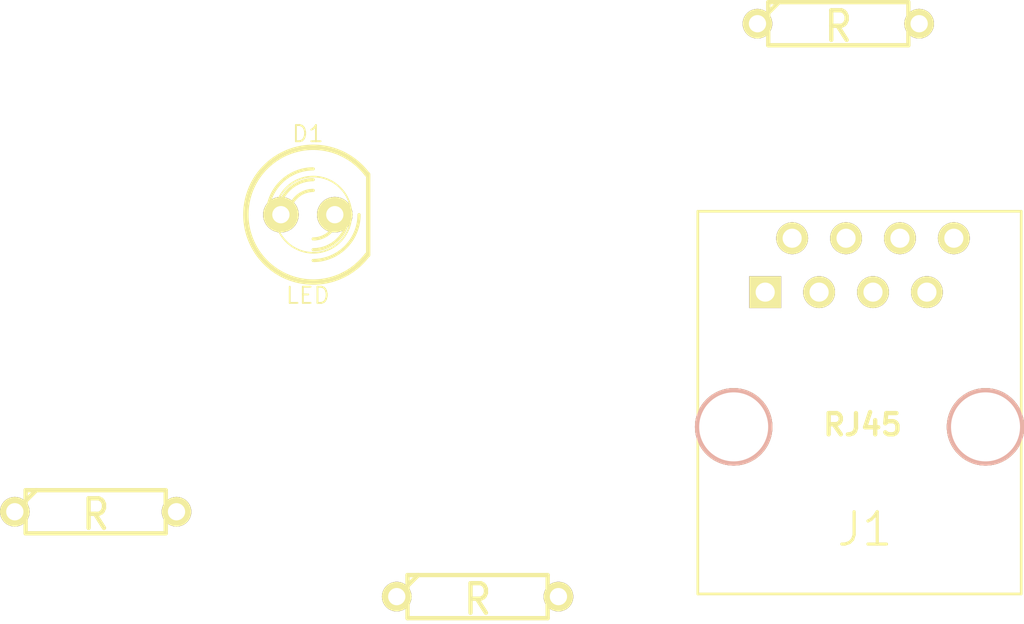
<source format=kicad_pcb>
(kicad_pcb (version 3) (host pcbnew "(2013-mar-13)-testing")

  (general
    (links 5)
    (no_connects 5)
    (area 0 0 0 0)
    (thickness 1.6)
    (drawings 0)
    (tracks 0)
    (zones 0)
    (modules 5)
    (nets 8)
  )

  (page A3)
  (layers
    (15 F.Cu signal)
    (0 B.Cu signal)
    (16 B.Adhes user)
    (17 F.Adhes user)
    (18 B.Paste user)
    (19 F.Paste user)
    (20 B.SilkS user)
    (21 F.SilkS user)
    (22 B.Mask user)
    (23 F.Mask user)
    (24 Dwgs.User user)
    (25 Cmts.User user)
    (26 Eco1.User user)
    (27 Eco2.User user)
    (28 Edge.Cuts user)
  )

  (setup
    (last_trace_width 0.254)
    (trace_clearance 0.254)
    (zone_clearance 0.508)
    (zone_45_only no)
    (trace_min 0.254)
    (segment_width 0.2)
    (edge_width 0.15)
    (via_size 0.889)
    (via_drill 0.635)
    (via_min_size 0.889)
    (via_min_drill 0.508)
    (uvia_size 0.508)
    (uvia_drill 0.127)
    (uvias_allowed no)
    (uvia_min_size 0.508)
    (uvia_min_drill 0.127)
    (pcb_text_width 0.3)
    (pcb_text_size 1 1)
    (mod_edge_width 0.15)
    (mod_text_size 1 1)
    (mod_text_width 0.15)
    (pad_size 1 1)
    (pad_drill 0.6)
    (pad_to_mask_clearance 0)
    (aux_axis_origin 0 0)
    (visible_elements FFFFFFBF)
    (pcbplotparams
      (layerselection 3178497)
      (usegerberextensions true)
      (excludeedgelayer true)
      (linewidth 152400)
      (plotframeref false)
      (viasonmask false)
      (mode 1)
      (useauxorigin false)
      (hpglpennumber 1)
      (hpglpenspeed 20)
      (hpglpendiameter 15)
      (hpglpenoverlay 2)
      (psnegative false)
      (psa4output false)
      (plotreference true)
      (plotvalue true)
      (plotothertext true)
      (plotinvisibletext false)
      (padsonsilk false)
      (subtractmaskfromsilk false)
      (outputformat 1)
      (mirror false)
      (drillshape 1)
      (scaleselection 1)
      (outputdirectory ""))
  )

  (net 0 "")
  (net 1 AN)
  (net 2 GND)
  (net 3 N-000003)
  (net 4 N-000005)
  (net 5 N-000007)
  (net 6 VDD)
  (net 7 idAN)

  (net_class Default "This is the default net class."
    (clearance 0.254)
    (trace_width 0.254)
    (via_dia 0.889)
    (via_drill 0.635)
    (uvia_dia 0.508)
    (uvia_drill 0.127)
    (add_net "")
    (add_net AN)
    (add_net GND)
    (add_net N-000003)
    (add_net N-000005)
    (add_net N-000007)
    (add_net VDD)
    (add_net idAN)
  )

  (module RJ45_8 (layer F.Cu) (tedit 4745DA96) (tstamp 514B029E)
    (at 219 120)
    (tags RJ45)
    (path /4F68816E)
    (fp_text reference J1 (at 0.254 4.826) (layer F.SilkS)
      (effects)
    )
    (fp_text value RJ45 (at 0.14224 -0.1016) (layer F.SilkS)
      (effects (font (size 1.00076 1.00076) (thickness 0.2032)))
    )
    (fp_line (start -7.62 7.874) (end 7.62 7.874) (layer F.SilkS) (width 0.127))
    (fp_line (start 7.62 7.874) (end 7.62 -10.16) (layer F.SilkS) (width 0.127))
    (fp_line (start 7.62 -10.16) (end -7.62 -10.16) (layer F.SilkS) (width 0.127))
    (fp_line (start -7.62 -10.16) (end -7.62 7.874) (layer F.SilkS) (width 0.127))
    (pad Hole np_thru_hole circle (at 5.93852 0) (size 3.64998 3.64998) (drill 3.2512)
      (layers *.Cu *.SilkS *.Mask)
    )
    (pad Hole np_thru_hole circle (at -5.9309 0) (size 3.64998 3.64998) (drill 3.2512)
      (layers *.Cu *.SilkS *.Mask)
    )
    (pad 1 thru_hole rect (at -4.445 -6.35) (size 1.50114 1.50114) (drill 0.89916)
      (layers *.Cu *.Mask F.SilkS)
    )
    (pad 2 thru_hole circle (at -3.175 -8.89) (size 1.50114 1.50114) (drill 0.89916)
      (layers *.Cu *.Mask F.SilkS)
    )
    (pad 3 thru_hole circle (at -1.905 -6.35) (size 1.50114 1.50114) (drill 0.89916)
      (layers *.Cu *.Mask F.SilkS)
      (net 6 VDD)
    )
    (pad 4 thru_hole circle (at -0.635 -8.89) (size 1.50114 1.50114) (drill 0.89916)
      (layers *.Cu *.Mask F.SilkS)
      (net 7 idAN)
    )
    (pad 5 thru_hole circle (at 0.635 -6.35) (size 1.50114 1.50114) (drill 0.89916)
      (layers *.Cu *.Mask F.SilkS)
      (net 2 GND)
    )
    (pad 6 thru_hole circle (at 1.905 -8.89) (size 1.50114 1.50114) (drill 0.89916)
      (layers *.Cu *.Mask F.SilkS)
      (net 1 AN)
    )
    (pad 7 thru_hole circle (at 3.175 -6.35) (size 1.50114 1.50114) (drill 0.89916)
      (layers *.Cu *.Mask F.SilkS)
    )
    (pad 8 thru_hole circle (at 4.445 -8.89) (size 1.50114 1.50114) (drill 0.89916)
      (layers *.Cu *.Mask F.SilkS)
    )
    (model connectors/RJ45_8.wrl
      (at (xyz 0 0 0))
      (scale (xyz 0.4 0.4 0.4))
      (rotate (xyz 0 0 0))
    )
  )

  (module R3 (layer F.Cu) (tedit 4E4C0E65) (tstamp 514B02AC)
    (at 201 128)
    (descr "Resitance 3 pas")
    (tags R)
    (path /4FAC1BA4)
    (autoplace_cost180 10)
    (fp_text reference R2 (at 0 0.127) (layer F.SilkS) hide
      (effects (font (size 1.397 1.27) (thickness 0.2032)))
    )
    (fp_text value R (at 0 0.127) (layer F.SilkS)
      (effects (font (size 1.397 1.27) (thickness 0.2032)))
    )
    (fp_line (start -3.81 0) (end -3.302 0) (layer F.SilkS) (width 0.2032))
    (fp_line (start 3.81 0) (end 3.302 0) (layer F.SilkS) (width 0.2032))
    (fp_line (start 3.302 0) (end 3.302 -1.016) (layer F.SilkS) (width 0.2032))
    (fp_line (start 3.302 -1.016) (end -3.302 -1.016) (layer F.SilkS) (width 0.2032))
    (fp_line (start -3.302 -1.016) (end -3.302 1.016) (layer F.SilkS) (width 0.2032))
    (fp_line (start -3.302 1.016) (end 3.302 1.016) (layer F.SilkS) (width 0.2032))
    (fp_line (start 3.302 1.016) (end 3.302 0) (layer F.SilkS) (width 0.2032))
    (fp_line (start -3.302 -0.508) (end -2.794 -1.016) (layer F.SilkS) (width 0.2032))
    (pad 1 thru_hole circle (at -3.81 0) (size 1.397 1.397) (drill 0.8128)
      (layers *.Cu *.Mask F.SilkS)
      (net 7 idAN)
    )
    (pad 2 thru_hole circle (at 3.81 0) (size 1.397 1.397) (drill 0.8128)
      (layers *.Cu *.Mask F.SilkS)
      (net 6 VDD)
    )
    (model discret/resistor.wrl
      (at (xyz 0 0 0))
      (scale (xyz 0.3 0.3 0.3))
      (rotate (xyz 0 0 0))
    )
  )

  (module R3 (layer F.Cu) (tedit 4E4C0E65) (tstamp 514B02BA)
    (at 183 124)
    (descr "Resitance 3 pas")
    (tags R)
    (path /4FAC1B98)
    (autoplace_cost180 10)
    (fp_text reference R1 (at 0 0.127) (layer F.SilkS) hide
      (effects (font (size 1.397 1.27) (thickness 0.2032)))
    )
    (fp_text value R (at 0 0.127) (layer F.SilkS)
      (effects (font (size 1.397 1.27) (thickness 0.2032)))
    )
    (fp_line (start -3.81 0) (end -3.302 0) (layer F.SilkS) (width 0.2032))
    (fp_line (start 3.81 0) (end 3.302 0) (layer F.SilkS) (width 0.2032))
    (fp_line (start 3.302 0) (end 3.302 -1.016) (layer F.SilkS) (width 0.2032))
    (fp_line (start 3.302 -1.016) (end -3.302 -1.016) (layer F.SilkS) (width 0.2032))
    (fp_line (start -3.302 -1.016) (end -3.302 1.016) (layer F.SilkS) (width 0.2032))
    (fp_line (start -3.302 1.016) (end 3.302 1.016) (layer F.SilkS) (width 0.2032))
    (fp_line (start 3.302 1.016) (end 3.302 0) (layer F.SilkS) (width 0.2032))
    (fp_line (start -3.302 -0.508) (end -2.794 -1.016) (layer F.SilkS) (width 0.2032))
    (pad 1 thru_hole circle (at -3.81 0) (size 1.397 1.397) (drill 0.8128)
      (layers *.Cu *.Mask F.SilkS)
      (net 1 AN)
    )
    (pad 2 thru_hole circle (at 3.81 0) (size 1.397 1.397) (drill 0.8128)
      (layers *.Cu *.Mask F.SilkS)
      (net 3 N-000003)
    )
    (model discret/resistor.wrl
      (at (xyz 0 0 0))
      (scale (xyz 0.3 0.3 0.3))
      (rotate (xyz 0 0 0))
    )
  )

  (module R3 (layer F.Cu) (tedit 4E4C0E65) (tstamp 514B02C8)
    (at 218 101)
    (descr "Resitance 3 pas")
    (tags R)
    (path /514B01BB)
    (autoplace_cost180 10)
    (fp_text reference R3 (at 0 0.127) (layer F.SilkS) hide
      (effects (font (size 1.397 1.27) (thickness 0.2032)))
    )
    (fp_text value R (at 0 0.127) (layer F.SilkS)
      (effects (font (size 1.397 1.27) (thickness 0.2032)))
    )
    (fp_line (start -3.81 0) (end -3.302 0) (layer F.SilkS) (width 0.2032))
    (fp_line (start 3.81 0) (end 3.302 0) (layer F.SilkS) (width 0.2032))
    (fp_line (start 3.302 0) (end 3.302 -1.016) (layer F.SilkS) (width 0.2032))
    (fp_line (start 3.302 -1.016) (end -3.302 -1.016) (layer F.SilkS) (width 0.2032))
    (fp_line (start -3.302 -1.016) (end -3.302 1.016) (layer F.SilkS) (width 0.2032))
    (fp_line (start -3.302 1.016) (end 3.302 1.016) (layer F.SilkS) (width 0.2032))
    (fp_line (start 3.302 1.016) (end 3.302 0) (layer F.SilkS) (width 0.2032))
    (fp_line (start -3.302 -0.508) (end -2.794 -1.016) (layer F.SilkS) (width 0.2032))
    (pad 1 thru_hole circle (at -3.81 0) (size 1.397 1.397) (drill 0.8128)
      (layers *.Cu *.Mask F.SilkS)
      (net 4 N-000005)
    )
    (pad 2 thru_hole circle (at 3.81 0) (size 1.397 1.397) (drill 0.8128)
      (layers *.Cu *.Mask F.SilkS)
      (net 5 N-000007)
    )
    (model discret/resistor.wrl
      (at (xyz 0 0 0))
      (scale (xyz 0.3 0.3 0.3))
      (rotate (xyz 0 0 0))
    )
  )

  (module LED-5MM (layer F.Cu) (tedit 50ADE86B) (tstamp 514B02D7)
    (at 193 110)
    (descr "LED 5mm - Lead pitch 100mil (2,54mm)")
    (tags "LED led 5mm 5MM 100mil 2,54mm")
    (path /514B0133)
    (fp_text reference D1 (at 0 -3.81) (layer F.SilkS)
      (effects (font (size 0.762 0.762) (thickness 0.0889)))
    )
    (fp_text value LED (at 0 3.81) (layer F.SilkS)
      (effects (font (size 0.762 0.762) (thickness 0.0889)))
    )
    (fp_line (start 2.8448 1.905) (end 2.8448 -1.905) (layer F.SilkS) (width 0.2032))
    (fp_circle (center 0.254 0) (end -1.016 1.27) (layer F.SilkS) (width 0.0762))
    (fp_arc (start 0.254 0) (end 2.794 1.905) (angle 286.2) (layer F.SilkS) (width 0.254))
    (fp_arc (start 0.254 0) (end -0.889 0) (angle 90) (layer F.SilkS) (width 0.1524))
    (fp_arc (start 0.254 0) (end 1.397 0) (angle 90) (layer F.SilkS) (width 0.1524))
    (fp_arc (start 0.254 0) (end -1.397 0) (angle 90) (layer F.SilkS) (width 0.1524))
    (fp_arc (start 0.254 0) (end 1.905 0) (angle 90) (layer F.SilkS) (width 0.1524))
    (fp_arc (start 0.254 0) (end -1.905 0) (angle 90) (layer F.SilkS) (width 0.1524))
    (fp_arc (start 0.254 0) (end 2.413 0) (angle 90) (layer F.SilkS) (width 0.1524))
    (pad 1 thru_hole circle (at -1.27 0) (size 1.6764 1.6764) (drill 0.8128)
      (layers *.Cu *.Mask F.SilkS)
      (net 6 VDD)
    )
    (pad 2 thru_hole circle (at 1.27 0) (size 1.6764 1.6764) (drill 0.8128)
      (layers *.Cu *.Mask F.SilkS)
      (net 4 N-000005)
    )
    (model discret/leds/led5_vertical_verde.wrl
      (at (xyz 0 0 0))
      (scale (xyz 1 1 1))
      (rotate (xyz 0 0 0))
    )
  )

)

</source>
